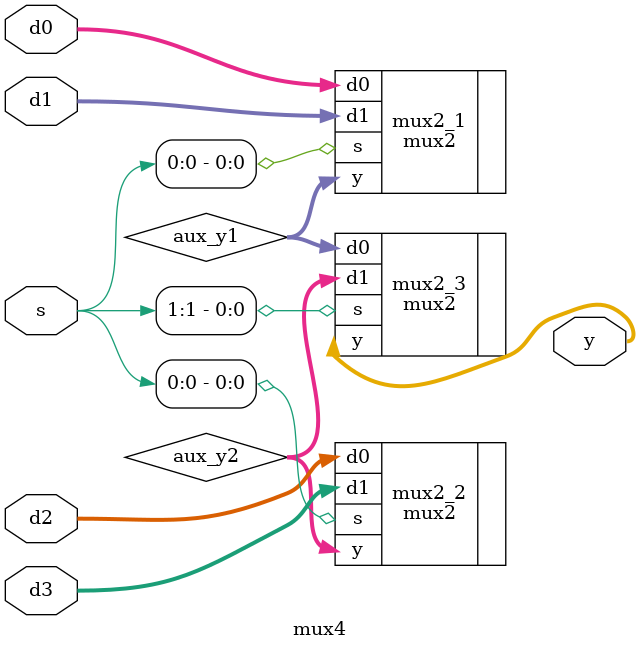
<source format=sv>
module mux4 #(
    parameter N = 64
) (
    input logic [N-1 : 0] d0,
    d1,
    d2,
    d3,
    input logic [1:0] s,
    output logic [N-1 : 0] y
);

  logic [N-1 : 0] aux_y1, aux_y2;

  mux2 #(N) mux2_1 (
      .d0(d0),
      .d1(d1),
      .s (s[0]),
      .y (aux_y1)
  );

  mux2 #(N) mux2_2 (
      .d0(d2),
      .d1(d3),
      .s (s[0]),
      .y (aux_y2)
  );

  mux2 #(N) mux2_3 (
      .d0(aux_y1),
      .d1(aux_y2),
      .s (s[1]),
      .y (y)
  );

endmodule

</source>
